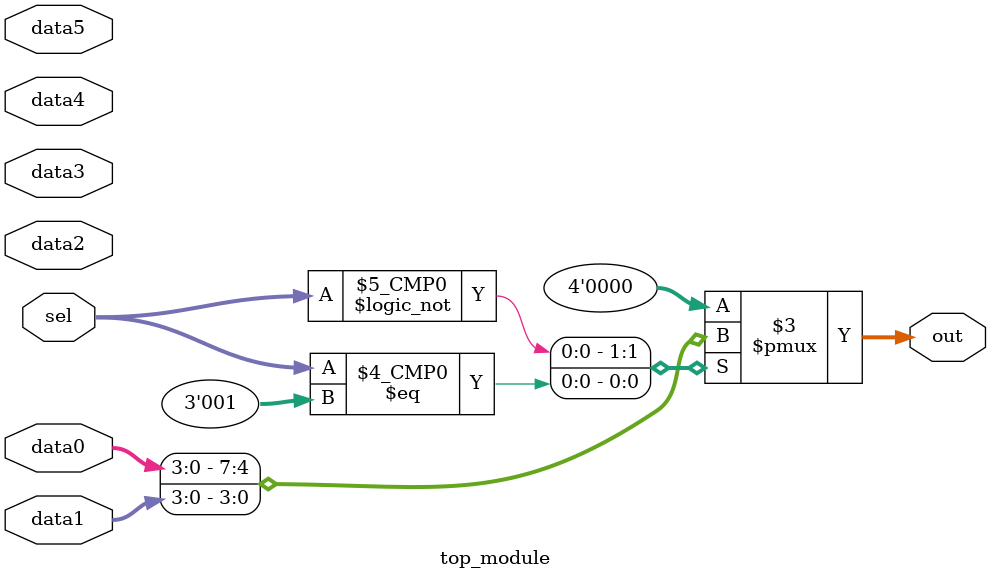
<source format=v>
module top_module ( 
    input [2:0] sel, 
    input [3:0] data0,
    input [3:0] data1,
    input [3:0] data2,
    input [3:0] data3,
    input [3:0] data4,
    input [3:0] data5,
    output reg [3:0] out   );//

    always@(*) begin  // This is a combinational circuit
        case(sel)
            2'b00:out=data0;
            2'b01:out=data1;
            default:out={4{0}};
        endcase
    end

endmodule

</source>
